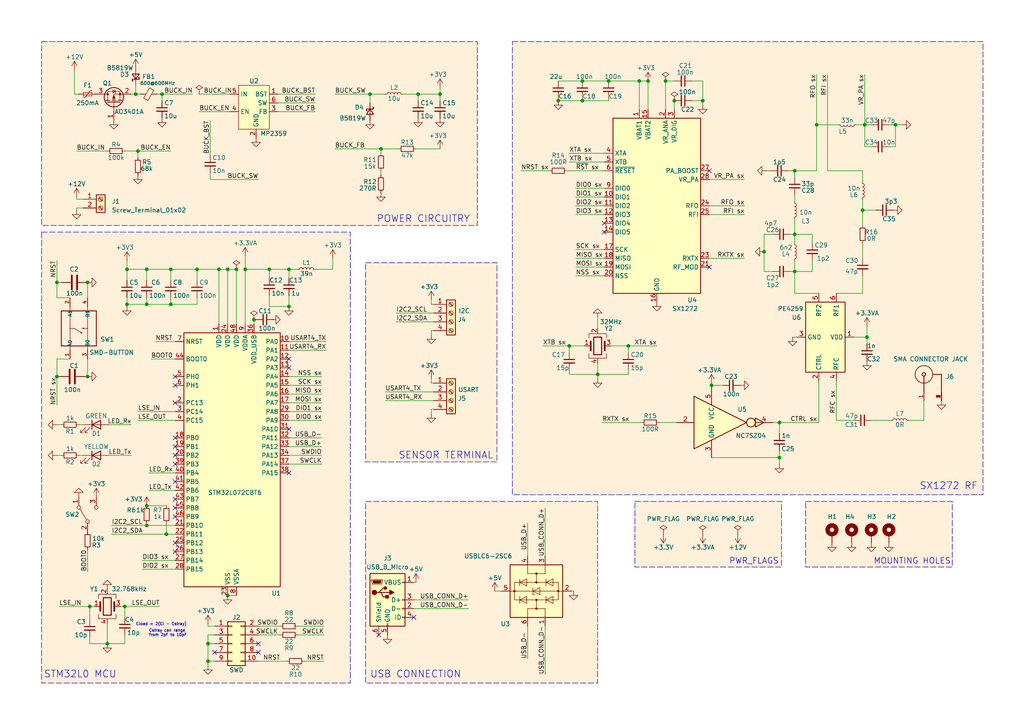
<source format=kicad_sch>
(kicad_sch (version 20230121) (generator eeschema)
  (paper "A4")
  (title_block (date "2023-07-13") (rev "0.1") (company "SenseA"))
  (junction (at 173.355 108.585))
  (junction (at 221.615 73.025))
  (junction (at 168.91 29.21))
  (junction (at 66.04 78.105))
  (junction (at 83.82 78.105))
  (junction (at 259.715 36.195))
  (junction (at 226.06 122.555))
  (junction (at 40.005 43.815))
  (junction (at 230.505 49.53))
  (junction (at 31.115 186.69))
  (junction (at 165.1 100.33))
  (junction (at 49.53 78.105))
  (junction (at 226.06 132.715))
  (junction (at 42.545 78.105))
  (junction (at 83.82 88.9))
  (junction (at 49.53 88.265))
  (junction (at 16.51 109.22))
  (junction (at 42.545 152.4))
  (junction (at 78.105 78.105))
  (junction (at 46.99 27.305))
  (junction (at 236.855 36.195))
  (junction (at 25.4 81.915))
  (junction (at 42.545 88.265))
  (junction (at 176.53 23.495))
  (junction (at 250.825 36.195))
  (junction (at 230.505 67.945))
  (junction (at 185.42 23.495))
  (junction (at 26.035 175.895))
  (junction (at 60.325 186.69))
  (junction (at 203.835 29.21))
  (junction (at 187.96 23.495))
  (junction (at 66.04 172.72))
  (junction (at 16.51 81.915))
  (junction (at 161.925 29.21))
  (junction (at 71.12 78.105))
  (junction (at 39.37 27.305))
  (junction (at 36.83 78.105))
  (junction (at 107.315 27.305))
  (junction (at 250.19 60.96))
  (junction (at 73.66 92.71))
  (junction (at 121.285 27.305))
  (junction (at 57.15 78.105))
  (junction (at 36.83 88.265))
  (junction (at 230.505 78.74))
  (junction (at 36.195 175.895))
  (junction (at 168.91 23.495))
  (junction (at 127.635 27.305))
  (junction (at 195.58 29.21))
  (junction (at 60.325 191.77))
  (junction (at 48.26 154.94))
  (junction (at 42.545 146.685))
  (junction (at 251.46 97.79))
  (junction (at 25.4 109.22))
  (junction (at 193.04 23.495))
  (junction (at 63.5 78.105))
  (junction (at 68.58 78.105))
  (junction (at 110.49 43.18))
  (junction (at 182.245 100.33))
  (junction (at 206.375 111.76))
  (no_connect (at 62.23 189.23))
  (no_connect (at 109.855 184.15))
  (no_connect (at 74.93 189.23))
  (no_connect (at 50.8 134.62))
  (no_connect (at 50.8 139.7))
  (no_connect (at 205.74 77.47))
  (no_connect (at 83.82 104.14))
  (no_connect (at 50.8 144.78))
  (no_connect (at 83.82 137.16))
  (no_connect (at 83.82 106.68))
  (no_connect (at 50.8 147.32))
  (no_connect (at 50.8 149.86))
  (no_connect (at 175.26 67.31))
  (no_connect (at 50.8 109.22))
  (no_connect (at 175.26 64.77))
  (no_connect (at 120.015 179.07))
  (no_connect (at 83.82 124.46))
  (no_connect (at 50.8 127))
  (no_connect (at 74.93 186.69))
  (no_connect (at 50.8 132.08))
  (no_connect (at 50.8 116.84))
  (no_connect (at 50.8 129.54))
  (no_connect (at 50.8 160.02))
  (no_connect (at 50.8 157.48))
  (no_connect (at 205.74 49.53))
  (no_connect (at 50.8 111.76))
  (wire (pts (xy 193.04 23.495) (xy 195.58 23.495)))
  (wire (pts (xy 32.385 152.4) (xy 42.545 152.4)))
  (wire (pts (xy 57.15 86.36) (xy 57.15 88.265)))
  (wire (pts (xy 167.005 74.93) (xy 175.26 74.93)))
  (wire (pts (xy 203.835 29.21) (xy 203.835 30.48)))
  (wire (pts (xy 21.59 27.305) (xy 22.86 27.305)))
  (wire (pts (xy 221.615 67.945) (xy 221.615 73.025)))
  (wire (pts (xy 60.325 186.69) (xy 60.325 184.15)))
  (wire (pts (xy 187.96 31.75) (xy 187.96 23.495)))
  (wire (pts (xy 60.96 34.925) (xy 60.96 45.085)))
  (wire (pts (xy 107.315 27.305) (xy 107.315 29.845)))
  (wire (pts (xy 22.225 43.815) (xy 31.115 43.815)))
  (wire (pts (xy 16.51 86.36) (xy 16.51 81.915)))
  (wire (pts (xy 250.19 85.09) (xy 250.19 80.01)))
  (wire (pts (xy 168.91 28.575) (xy 168.91 29.21)))
  (wire (pts (xy 263.525 121.92) (xy 267.97 121.92)))
  (wire (pts (xy 236.855 49.53) (xy 230.505 49.53)))
  (wire (pts (xy 62.23 181.61) (xy 60.325 181.61)))
  (wire (pts (xy 24.13 132.08) (xy 22.86 132.08)))
  (wire (pts (xy 125.095 109.855) (xy 125.095 111.125)))
  (wire (pts (xy 153.035 161.29) (xy 153.035 151.765)))
  (wire (pts (xy 66.04 78.105) (xy 63.5 78.105)))
  (wire (pts (xy 25.4 159.385) (xy 25.4 165.735)))
  (wire (pts (xy 17.145 175.895) (xy 26.035 175.895)))
  (wire (pts (xy 125.095 118.745) (xy 125.73 118.745)))
  (wire (pts (xy 230.505 85.09) (xy 230.505 78.74)))
  (wire (pts (xy 22.225 60.325) (xy 22.225 60.96)))
  (wire (pts (xy 83.82 127) (xy 93.345 127)))
  (wire (pts (xy 49.53 78.105) (xy 57.15 78.105)))
  (wire (pts (xy 22.225 57.785) (xy 22.225 57.15)))
  (wire (pts (xy 74.295 92.71) (xy 73.66 92.71)))
  (wire (pts (xy 68.58 93.98) (xy 68.58 78.105)))
  (wire (pts (xy 157.48 100.33) (xy 165.1 100.33)))
  (wire (pts (xy 38.1 27.305) (xy 39.37 27.305)))
  (wire (pts (xy 83.82 99.06) (xy 94.615 99.06)))
  (wire (pts (xy 110.49 43.18) (xy 115.57 43.18)))
  (wire (pts (xy 63.5 78.105) (xy 63.5 93.98)))
  (wire (pts (xy 125.095 88.265) (xy 125.73 88.265)))
  (wire (pts (xy 250.19 60.96) (xy 250.19 65.405)))
  (wire (pts (xy 205.74 74.93) (xy 215.9 74.93)))
  (wire (pts (xy 38.1 132.08) (xy 31.75 132.08)))
  (wire (pts (xy 161.925 29.21) (xy 168.91 29.21)))
  (wire (pts (xy 45.085 99.06) (xy 50.8 99.06)))
  (wire (pts (xy 88.265 191.77) (xy 93.98 191.77)))
  (wire (pts (xy 205.74 59.69) (xy 215.9 59.69)))
  (wire (pts (xy 229.87 97.79) (xy 231.14 97.79)))
  (wire (pts (xy 31.115 180.975) (xy 31.115 186.69)))
  (wire (pts (xy 36.83 78.105) (xy 42.545 78.105)))
  (wire (pts (xy 230.505 67.945) (xy 230.505 70.485)))
  (wire (pts (xy 78.105 78.105) (xy 83.82 78.105)))
  (wire (pts (xy 36.83 88.265) (xy 36.83 88.9)))
  (wire (pts (xy 83.82 101.6) (xy 94.615 101.6)))
  (wire (pts (xy 236.855 36.195) (xy 236.855 49.53)))
  (wire (pts (xy 36.83 75.565) (xy 36.83 78.105)))
  (wire (pts (xy 83.82 78.105) (xy 83.82 80.645)))
  (wire (pts (xy 48.26 146.685) (xy 42.545 146.685)))
  (wire (pts (xy 31.115 186.69) (xy 36.195 186.69)))
  (wire (pts (xy 79.375 92.71) (xy 78.74 92.71)))
  (wire (pts (xy 167.005 80.01) (xy 175.26 80.01)))
  (wire (pts (xy 169.545 100.33) (xy 165.1 100.33)))
  (wire (pts (xy 80.645 29.845) (xy 91.44 29.845)))
  (wire (pts (xy 167.005 57.15) (xy 175.26 57.15)))
  (wire (pts (xy 251.46 99.695) (xy 251.46 97.79)))
  (wire (pts (xy 165.1 108.585) (xy 173.355 108.585)))
  (wire (pts (xy 161.925 23.495) (xy 168.91 23.495)))
  (wire (pts (xy 86.36 181.61) (xy 93.98 181.61)))
  (wire (pts (xy 236.855 21.59) (xy 236.855 36.195)))
  (wire (pts (xy 251.46 94.615) (xy 251.46 97.79)))
  (wire (pts (xy 206.375 132.715) (xy 226.06 132.715)))
  (wire (pts (xy 250.19 57.785) (xy 250.19 60.96)))
  (wire (pts (xy 48.26 154.94) (xy 50.8 154.94)))
  (wire (pts (xy 16.51 109.22) (xy 16.51 104.14)))
  (wire (pts (xy 73.66 92.71) (xy 73.66 93.98)))
  (wire (pts (xy 230.505 75.565) (xy 230.505 78.74)))
  (wire (pts (xy 158.115 195.58) (xy 158.115 181.61)))
  (wire (pts (xy 182.245 100.33) (xy 177.165 100.33)))
  (wire (pts (xy 24.13 123.19) (xy 22.86 123.19)))
  (wire (pts (xy 42.545 152.4) (xy 50.8 152.4)))
  (wire (pts (xy 111.76 113.665) (xy 125.73 113.665)))
  (wire (pts (xy 48.26 151.765) (xy 48.26 154.94)))
  (wire (pts (xy 167.005 77.47) (xy 175.26 77.47)))
  (wire (pts (xy 195.58 29.21) (xy 195.58 31.75)))
  (wire (pts (xy 80.645 32.385) (xy 91.44 32.385)))
  (wire (pts (xy 74.93 184.15) (xy 81.28 184.15)))
  (wire (pts (xy 36.83 88.265) (xy 42.545 88.265)))
  (wire (pts (xy 17.78 123.19) (xy 16.51 123.19)))
  (wire (pts (xy 230.505 67.945) (xy 229.235 67.945)))
  (wire (pts (xy 78.105 88.9) (xy 83.82 88.9)))
  (wire (pts (xy 125.095 111.125) (xy 125.73 111.125)))
  (wire (pts (xy 185.42 23.495) (xy 185.42 31.75)))
  (wire (pts (xy 42.545 78.105) (xy 49.53 78.105)))
  (wire (pts (xy 165.1 108.585) (xy 165.1 107.315)))
  (wire (pts (xy 83.82 114.3) (xy 93.345 114.3)))
  (wire (pts (xy 240.03 49.53) (xy 250.19 49.53)))
  (wire (pts (xy 166.37 171.45) (xy 165.735 171.45)))
  (wire (pts (xy 167.005 62.23) (xy 175.26 62.23)))
  (wire (pts (xy 127.635 25.4) (xy 127.635 27.305)))
  (wire (pts (xy 182.245 108.585) (xy 182.245 107.315)))
  (wire (pts (xy 257.81 42.545) (xy 259.715 42.545)))
  (wire (pts (xy 259.715 36.195) (xy 257.81 36.195)))
  (wire (pts (xy 60.325 193.04) (xy 60.325 191.77)))
  (wire (pts (xy 66.04 78.105) (xy 66.04 93.98)))
  (wire (pts (xy 60.325 191.77) (xy 60.325 186.69)))
  (wire (pts (xy 221.615 78.74) (xy 224.155 78.74)))
  (wire (pts (xy 173.355 105.41) (xy 173.355 108.585)))
  (wire (pts (xy 250.825 21.59) (xy 250.825 36.195)))
  (wire (pts (xy 39.37 27.305) (xy 40.64 27.305)))
  (wire (pts (xy 17.78 132.08) (xy 16.51 132.08)))
  (wire (pts (xy 40.005 43.815) (xy 49.53 43.815)))
  (wire (pts (xy 120.65 168.91) (xy 120.015 168.91)))
  (wire (pts (xy 261.62 36.195) (xy 259.715 36.195)))
  (wire (pts (xy 167.005 59.69) (xy 175.26 59.69)))
  (wire (pts (xy 230.505 49.53) (xy 230.505 51.435)))
  (wire (pts (xy 250.825 36.195) (xy 250.825 42.545)))
  (wire (pts (xy 97.155 43.18) (xy 110.49 43.18)))
  (wire (pts (xy 153.035 191.135) (xy 153.035 181.61)))
  (wire (pts (xy 60.325 184.15) (xy 62.23 184.15)))
  (wire (pts (xy 235.585 78.74) (xy 230.505 78.74)))
  (wire (pts (xy 267.97 116.205) (xy 267.97 121.92)))
  (wire (pts (xy 111.76 116.205) (xy 125.73 116.205)))
  (wire (pts (xy 107.315 27.305) (xy 111.76 27.305)))
  (wire (pts (xy 250.825 42.545) (xy 252.73 42.545)))
  (wire (pts (xy 16.51 81.915) (xy 16.51 75.565)))
  (wire (pts (xy 63.5 78.105) (xy 57.15 78.105)))
  (wire (pts (xy 36.83 78.105) (xy 36.83 81.28)))
  (wire (pts (xy 42.545 88.265) (xy 49.53 88.265)))
  (wire (pts (xy 237.49 110.49) (xy 237.49 122.555)))
  (wire (pts (xy 86.36 184.15) (xy 93.98 184.15)))
  (wire (pts (xy 60.325 186.69) (xy 62.23 186.69)))
  (wire (pts (xy 259.715 36.195) (xy 259.715 42.545)))
  (wire (pts (xy 230.505 49.53) (xy 228.6 49.53)))
  (wire (pts (xy 125.095 86.995) (xy 125.095 88.265)))
  (wire (pts (xy 206.375 111.125) (xy 206.375 111.76)))
  (wire (pts (xy 26.035 184.785) (xy 26.035 186.69)))
  (wire (pts (xy 60.96 52.07) (xy 74.93 52.07)))
  (wire (pts (xy 68.58 78.105) (xy 66.04 78.105)))
  (wire (pts (xy 127.635 27.305) (xy 127.635 29.21)))
  (wire (pts (xy 221.615 73.025) (xy 221.615 78.74)))
  (wire (pts (xy 235.585 67.945) (xy 230.505 67.945)))
  (wire (pts (xy 26.035 186.69) (xy 31.115 186.69)))
  (wire (pts (xy 83.82 119.38) (xy 93.345 119.38)))
  (wire (pts (xy 173.355 92.075) (xy 173.355 95.25)))
  (wire (pts (xy 43.18 137.16) (xy 50.8 137.16)))
  (wire (pts (xy 36.195 175.895) (xy 46.355 175.895)))
  (wire (pts (xy 74.93 191.77) (xy 83.185 191.77)))
  (wire (pts (xy 78.105 78.105) (xy 78.105 80.645)))
  (wire (pts (xy 57.15 88.265) (xy 49.53 88.265)))
  (wire (pts (xy 125.095 118.745) (xy 125.095 120.015)))
  (wire (pts (xy 250.19 70.485) (xy 250.19 74.93)))
  (wire (pts (xy 151.13 49.53) (xy 159.385 49.53)))
  (wire (pts (xy 247.65 97.79) (xy 251.46 97.79)))
  (wire (pts (xy 36.195 43.815) (xy 40.005 43.815)))
  (wire (pts (xy 191.135 122.555) (xy 196.215 122.555)))
  (wire (pts (xy 83.82 121.92) (xy 93.345 121.92)))
  (wire (pts (xy 110.49 49.53) (xy 110.49 50.8)))
  (wire (pts (xy 176.53 23.495) (xy 168.91 23.495)))
  (wire (pts (xy 25.4 81.915) (xy 25.4 86.36)))
  (wire (pts (xy 110.49 43.18) (xy 110.49 44.45)))
  (wire (pts (xy 78.105 85.725) (xy 78.105 88.9)))
  (wire (pts (xy 38.1 123.19) (xy 31.75 123.19)))
  (wire (pts (xy 135.89 176.53) (xy 120.015 176.53)))
  (wire (pts (xy 125.095 95.885) (xy 125.73 95.885)))
  (wire (pts (xy 21.59 20.32) (xy 21.59 27.305)))
  (wire (pts (xy 242.57 85.09) (xy 250.19 85.09)))
  (wire (pts (xy 57.785 27.305) (xy 66.675 27.305)))
  (wire (pts (xy 143.51 171.45) (xy 145.415 171.45)))
  (wire (pts (xy 74.93 181.61) (xy 81.28 181.61)))
  (wire (pts (xy 205.74 62.23) (xy 215.9 62.23)))
  (wire (pts (xy 57.15 81.28) (xy 57.15 78.105)))
  (wire (pts (xy 40.005 121.92) (xy 50.8 121.92)))
  (wire (pts (xy 200.66 23.495) (xy 203.835 23.495)))
  (wire (pts (xy 40.005 119.38) (xy 50.8 119.38)))
  (wire (pts (xy 17.78 81.915) (xy 16.51 81.915)))
  (wire (pts (xy 83.82 109.22) (xy 93.345 109.22)))
  (wire (pts (xy 97.155 27.305) (xy 107.315 27.305)))
  (wire (pts (xy 39.37 24.765) (xy 39.37 27.305)))
  (wire (pts (xy 203.835 23.495) (xy 203.835 29.21)))
  (wire (pts (xy 165.1 44.45) (xy 175.26 44.45)))
  (wire (pts (xy 91.44 78.105) (xy 96.52 78.105)))
  (wire (pts (xy 16.51 86.36) (xy 20.32 86.36)))
  (wire (pts (xy 83.82 116.84) (xy 93.345 116.84)))
  (wire (pts (xy 173.355 109.855) (xy 173.355 108.585)))
  (wire (pts (xy 182.245 102.235) (xy 182.245 100.33)))
  (wire (pts (xy 24.765 109.22) (xy 25.4 109.22)))
  (wire (pts (xy 60.325 191.77) (xy 62.23 191.77)))
  (wire (pts (xy 230.505 63.5) (xy 230.505 67.945)))
  (wire (pts (xy 167.005 72.39) (xy 175.26 72.39)))
  (wire (pts (xy 235.585 75.565) (xy 235.585 78.74)))
  (wire (pts (xy 165.1 46.99) (xy 175.26 46.99)))
  (wire (pts (xy 71.12 78.105) (xy 78.105 78.105)))
  (wire (pts (xy 46.99 27.305) (xy 46.99 29.21)))
  (wire (pts (xy 182.245 100.33) (xy 190.5 100.33)))
  (wire (pts (xy 116.84 27.305) (xy 121.285 27.305)))
  (wire (pts (xy 243.205 36.195) (xy 236.855 36.195)))
  (wire (pts (xy 205.74 52.07) (xy 215.9 52.07)))
  (wire (pts (xy 36.195 184.15) (xy 36.195 186.69)))
  (wire (pts (xy 226.06 122.555) (xy 226.06 125.73)))
  (wire (pts (xy 24.13 57.785) (xy 22.225 57.785)))
  (wire (pts (xy 230.505 85.09) (xy 237.49 85.09)))
  (wire (pts (xy 200.66 29.21) (xy 203.835 29.21)))
  (wire (pts (xy 193.04 23.495) (xy 193.04 31.75)))
  (wire (pts (xy 49.53 78.105) (xy 49.53 81.28)))
  (wire (pts (xy 83.82 132.08) (xy 93.345 132.08)))
  (wire (pts (xy 68.58 172.72) (xy 66.04 172.72)))
  (wire (pts (xy 16.51 109.22) (xy 17.145 109.22)))
  (wire (pts (xy 168.91 29.21) (xy 176.53 29.21)))
  (wire (pts (xy 42.545 151.765) (xy 42.545 152.4)))
  (wire (pts (xy 114.935 93.345) (xy 125.73 93.345)))
  (wire (pts (xy 185.42 23.495) (xy 176.53 23.495)))
  (wire (pts (xy 206.375 111.76) (xy 209.55 111.76)))
  (wire (pts (xy 250.825 36.195) (xy 248.285 36.195)))
  (wire (pts (xy 32.385 154.94) (xy 48.26 154.94)))
  (wire (pts (xy 71.12 74.295) (xy 71.12 78.105)))
  (wire (pts (xy 235.585 70.485) (xy 235.585 67.945)))
  (wire (pts (xy 167.005 54.61) (xy 175.26 54.61)))
  (wire (pts (xy 242.57 110.49) (xy 242.57 121.92)))
  (wire (pts (xy 36.83 86.36) (xy 36.83 88.265)))
  (wire (pts (xy 36.195 179.07) (xy 36.195 175.895)))
  (wire (pts (xy 242.57 121.92) (xy 247.65 121.92)))
  (wire (pts (xy 60.96 50.165) (xy 60.96 52.07)))
  (wire (pts (xy 25.4 104.14) (xy 25.4 109.22)))
  (wire (pts (xy 40.005 43.815) (xy 40.005 45.72)))
  (wire (pts (xy 42.545 86.36) (xy 42.545 88.265)))
  (wire (pts (xy 50.8 165.1) (xy 41.275 165.1)))
  (wire (pts (xy 224.155 67.945) (xy 221.615 67.945)))
  (wire (pts (xy 223.52 49.53) (xy 222.25 49.53)))
  (wire (pts (xy 50.8 162.56) (xy 41.275 162.56)))
  (wire (pts (xy 125.095 95.885) (xy 125.095 97.155)))
  (wire (pts (xy 46.99 27.305) (xy 55.88 27.305)))
  (wire (pts (xy 83.82 85.725) (xy 83.82 88.9)))
  (wire (pts (xy 42.545 78.105) (xy 42.545 81.28)))
  (wire (pts (xy 230.505 78.74) (xy 229.235 78.74)))
  (wire (pts (xy 121.285 27.305) (xy 127.635 27.305)))
  (wire (pts (xy 165.1 100.33) (xy 165.1 102.235)))
  (wire (pts (xy 96.52 74.93) (xy 96.52 78.105)))
  (wire (pts (xy 226.06 130.81) (xy 226.06 132.715)))
  (wire (pts (xy 80.645 27.305) (xy 91.44 27.305)))
  (wire (pts (xy 83.82 78.105) (xy 86.36 78.105)))
  (wire (pts (xy 114.935 90.805) (xy 125.73 90.805)))
  (wire (pts (xy 34.925 175.895) (xy 36.195 175.895)))
  (wire (pts (xy 176.53 29.21) (xy 176.53 28.575)))
  (wire (pts (xy 120.015 173.99) (xy 135.89 173.99)))
  (wire (pts (xy 252.73 36.195) (xy 250.825 36.195)))
  (wire (pts (xy 121.285 27.305) (xy 121.285 29.21)))
  (wire (pts (xy 120.65 43.18) (xy 127.635 43.18)))
  (wire (pts (xy 16.51 117.475) (xy 16.51 109.22)))
  (wire (pts (xy 173.355 108.585) (xy 182.245 108.585)))
  (wire (pts (xy 250.19 49.53) (xy 250.19 52.705)))
  (wire (pts (xy 16.51 104.14) (xy 20.32 104.14)))
  (wire (pts (xy 57.785 32.385) (xy 66.675 32.385)))
  (wire (pts (xy 252.73 121.92) (xy 258.445 121.92)))
  (wire (pts (xy 26.035 175.895) (xy 27.305 175.895)))
  (wire (pts (xy 43.815 104.14) (xy 50.8 104.14)))
  (wire (pts (xy 240.03 21.59) (xy 240.03 49.53)))
  (wire (pts (xy 187.96 23.495) (xy 185.42 23.495)))
  (wire (pts (xy 83.82 134.62) (xy 93.345 134.62)))
  (wire (pts (xy 226.06 132.715) (xy 226.06 134.62)))
  (wire (pts (xy 226.06 122.555) (xy 237.49 122.555)))
  (wire (pts (xy 83.82 111.76) (xy 93.345 111.76)))
  (wire (pts (xy 26.035 175.895) (xy 26.035 179.705)))
  (wire (pts (xy 22.225 60.325) (xy 24.13 60.325)))
  (wire (pts (xy 224.155 122.555) (xy 226.06 122.555)))
  (wire (pts (xy 71.12 78.105) (xy 71.12 93.98)))
  (wire (pts (xy 43.18 142.24) (xy 50.8 142.24)))
  (wire (pts (xy 254 60.96) (xy 250.19 60.96)))
  (wire (pts (xy 174.625 122.555) (xy 186.055 122.555)))
  (wire (pts (xy 206.375 111.76) (xy 206.375 112.395)))
  (wire (pts (xy 161.925 29.21) (xy 161.925 28.575)))
  (wire (pts (xy 60.325 181.61) (xy 60.325 180.975)))
  (wire (pts (xy 45.72 27.305) (xy 46.99 27.305)))
  (wire (pts (xy 158.115 161.29) (xy 158.115 147.32)))
  (wire (pts (xy 230.505 56.515) (xy 230.505 58.42)))
  (wire (pts (xy 83.82 129.54) (xy 93.345 129.54)))
  (wire (pts (xy 164.465 49.53) (xy 175.26 49.53)))
  (wire (pts (xy 49.53 86.36) (xy 49.53 88.265)))
  (rectangle (start 12.065 12.065) (end 138.43 65.405) (stroke (width 0) (type dash)) (fill (type color) (color 255 229 191 0.5803921569)))
  (rectangle (start 106.045 76.2) (end 144.145 133.985) (stroke (width 0) (type dash)) (fill (type color) (color 255 229 191 0.58)))
  (rectangle (start 184.15 145.415) (end 226.695 164.465) (stroke (width 0) (type dash)) (fill (type color) (color 255 229 191 0.58)))
  (rectangle (start 106.045 145.415) (end 173.355 198.12) (stroke (width 0) (type dash)) (fill (type color) (color 255 229 191 0.58)))
  (rectangle (start 12.065 67.31) (end 101.6 198.12) (stroke (width 0) (type dash)) (fill (type color) (color 255 229 191 0.58)))
  (rectangle (start 148.59 12.065) (end 285.115 143.51) (stroke (width 0) (type dash)) (fill (type color) (color 255 229 191 0.58)))
  (rectangle (start 233.68 145.415) (end 276.225 164.465) (stroke (width 0) (type dash)) (fill (type color) (color 255 229 191 0.58)))
  (text "MOUNTING HOLES\n" (at 253.365 163.83 0) (effects (font (size 1.7 1.7)) (justify left bottom)))
  (text "SX1272 RF" (at 266.7 142.24 0) (effects (font (size 2 2)) (justify left bottom)))
  (text "PWR_FLAGS" (at 211.455 163.83 0) (effects (font (size 1.7 1.7)) (justify left bottom)))
  (text "Cload = 2(Cl - Cstray)" (at 39.37 181.61 0) (effects (font (size 0.8 0.8)) (justify left bottom)))
  (text "SENSOR TERMINAL" (at 115.57 133.35 0) (effects (font (size 2 2)) (justify left bottom)))
  (text "USB CONNECTION" (at 107.315 196.85 0) (effects (font (size 2 2)) (justify left bottom)))
  (text "POWER CIRCUITRY" (at 109.22 64.77 0) (effects (font (size 2 2)) (justify left bottom)))
  (text "STM32L0 MCU" (at 12.7 196.85 0) (effects (font (size 2 2)) (justify left bottom)))
  (text "Cstray can range\nfrom 2pF to 10pF" (at 43.18 184.785 0) (effects (font (size 0.8 0.8)) (justify left bottom)))
  (label "MISO sx" (at 93.345 114.3 180))
  (label "NRST sx" (at 16.51 117.475 90))
  (label "USB_D+" (at 153.035 151.765 270))
  (label "BUCK_EN" (at 57.785 32.385 0))
  (label "SWDIO" (at 93.98 181.61 180))
  (label "I2C2_SDA" (at 114.935 93.345 0))
  (label "SWCLK" (at 80.645 184.15 180))
  (label "SWCLK" (at 93.345 134.62 180))
  (label "BUCK_SW" (at 91.44 29.845 180))
  (label "BUCK_SW" (at 74.93 52.07 180))
  (label "BUCK_IN" (at 59.055 27.305 0))
  (label "BUCK_SW" (at 97.155 27.305 0))
  (label "BUCK_FB" (at 91.44 32.385 180))
  (label "XTA sx" (at 165.1 44.45 0))
  (label "MOSI sx" (at 93.345 116.84 180))
  (label "NSS sx" (at 167.005 80.01 0))
  (label "SCK sx" (at 167.005 72.39 0))
  (label "BUCK_BST" (at 91.44 27.305 180))
  (label "NRST" (at 45.085 99.06 0))
  (label "BUCK_BST" (at 60.96 34.925 270))
  (label "LED_Tx" (at 38.1 132.08 180))
  (label "SWCLK" (at 93.98 184.15 180))
  (label "RXTX sx" (at 174.625 122.555 0))
  (label "USB_D-" (at 153.035 191.135 90))
  (label "DIO0 sx" (at 93.345 121.92 180))
  (label "RFI sx" (at 240.03 21.59 270))
  (label "USB_CONN_D+" (at 135.89 173.99 180))
  (label "NSS sx" (at 93.345 109.22 180))
  (label "LSE_IN" (at 17.145 175.895 0))
  (label "DIO1 sx" (at 167.005 57.15 0))
  (label "USB_D+" (at 93.345 129.54 180))
  (label "LED_Rx" (at 38.1 123.19 180))
  (label "USB_CONN_D+" (at 158.115 147.32 270))
  (label "RFO sx" (at 236.855 21.59 270))
  (label "RFO sx" (at 215.9 59.69 180))
  (label "SWDIO" (at 80.645 181.61 180))
  (label "XTA sx" (at 190.5 100.33 180))
  (label "BUCK_FB" (at 97.155 43.18 0))
  (label "BUCK_IN" (at 55.88 27.305 180))
  (label "USART4_RX" (at 111.76 116.205 0))
  (label "DIO3 sx" (at 167.005 62.23 0))
  (label "DIO2 sx" (at 167.005 59.69 0))
  (label "RFI sx" (at 215.9 62.23 180))
  (label "USB_CONN_D-" (at 158.115 195.58 90))
  (label "NRST" (at 81.28 191.77 180))
  (label "XTB sx" (at 157.48 100.33 0))
  (label "BOOT0" (at 43.815 104.14 0))
  (label "LSE_OUT" (at 40.005 121.92 0))
  (label "I2C2_SCL" (at 114.935 90.805 0))
  (label "LSE_OUT" (at 46.355 175.895 180))
  (label "XTB sx" (at 165.1 46.99 0))
  (label "LSE_IN" (at 40.005 119.38 0))
  (label "LED_Rx" (at 43.18 137.16 0))
  (label "DIO2 sx" (at 41.275 165.1 0))
  (label "RFC sx" (at 242.57 120.015 90))
  (label "NRST" (at 16.51 75.565 270))
  (label "RXTX sx" (at 215.9 74.93 180))
  (label "VR_PA sx" (at 250.825 21.59 270))
  (label "DIO0 sx" (at 167.005 54.61 0))
  (label "~{RST} sx" (at 167.005 49.53 0))
  (label "BUCK_IN" (at 22.225 43.815 0))
  (label "USB_D-" (at 93.345 127 180))
  (label "LED_Tx" (at 43.18 142.24 0))
  (label "BUCK_EN" (at 49.53 43.815 180))
  (label "I2C2_SCL" (at 32.385 152.4 0))
  (label "NRST sx" (at 151.13 49.53 0))
  (label "SCK sx" (at 93.345 111.76 180))
  (label "BOOT0" (at 25.4 165.735 90))
  (label "I2C2_SDA" (at 32.385 154.94 0))
  (label "MOSI sx" (at 167.005 77.47 0))
  (label "MISO sx" (at 167.005 74.93 0))
  (label "USART4_TX" (at 111.76 113.665 0))
  (label "USB_CONN_D-" (at 135.89 176.53 180))
  (label "VR_PA sx" (at 215.9 52.07 180))
  (label "NRST" (at 93.98 191.77 180))
  (label "DIO1 sx" (at 93.345 119.38 180))
  (label "USART4_RX" (at 94.615 101.6 180))
  (label "DIO3 sx" (at 41.275 162.56 0))
  (label "USART4_TX" (at 94.615 99.06 180))
  (label "CTRL sx" (at 229.235 122.555 0))
  (label "SWDIO" (at 93.345 132.08 180))
  (symbol (lib_id "power:GND") (at 22.86 144.145 180) (unit 1)
    (property "Reference" "#PWR06" (effects hide))
    (property "Value" "GND" (effects hide))
  )
  (symbol (lib_id "power:GND") (at 36.83 88.9 0) (unit 1)
    (property "Reference" "#PWR014" (effects hide))
    (property "Value" "GND" (effects hide))
  )
  (symbol (lib_id "power:PWR_FLAG") (at 203.835 154.94 0) (unit 1)
    (property "Reference" "#FLG07" (effects hide))
    (property "Value" "PWR_FLAG" (at 203.835 150.495 0))
  )
  (symbol (lib_id "power:GND") (at 16.51 123.19 270) (unit 1)
    (property "Reference" "#PWR01" (effects hide))
    (property "Value" "GND" (effects hide))
  )
  (symbol (lib_id "Device:C_Small") (at 235.585 73.025 0) (unit 1)
    (property "Reference" "C29" (at 236.22 71.12 0) (effects (justify left)))
    (property "Value" "1p2" (at 236.855 74.93 0) (effects (justify left)))
    (property "Footprint" "Capacitor_SMD:C_0402_1005Metric" (effects hide))
  )
  (symbol (lib_id "Switch:SW_SPDT") (at 25.4 149.225 90) (unit 1)
    (property "Reference" "SW2" (at 20.955 149.225 90))
    (property "Value" "SW_SPDT" (effects hide))
    (property "Footprint" "Button_Switch_SMD:SW_SPDT_PCM12" (effects hide))
  )
  (symbol (lib_id "Mechanical:MountingHole_Pad") (at 241.3 154.94 0) (unit 1)
    (property "Reference" "H1" (at 240.03 149.86 0) (effects (justify left)))
    (property "Value" "MountingHole_Pad" (effects hide))
    (property "Footprint" "MountingHole:MountingHole_3.2mm_M3_Pad_Via" (effects hide))
  )
  (symbol (lib_id "power:PWR_FLAG") (at 68.58 78.105 0) (unit 1)
    (property "Reference" "#FLG02" (effects hide))
    (property "Value" "PWR_FLAG" (effects hide))
  )
  (symbol (lib_id "Connector:Screw_Terminal_01x02") (at 29.21 57.785 0) (unit 1)
    (property "Reference" "J1" (at 32.385 58.42 0) (effects (justify left)))
    (property "Value" "Screw_Terminal_01x02" (at 32.385 60.96 0) (effects (justify left)))
    (property "Footprint" "TerminalBlock_Phoenix:TerminalBlock_Phoenix_PT-1,5-2-3.5-H_1x02_P3.50mm_Horizontal" (effects hide))
  )
  (symbol (lib_id "power:GND") (at 203.835 30.48 0) (unit 1)
    (property "Reference" "#PWR047" (effects hide))
    (property "Value" "GND" (effects hide))
  )
  (symbol (lib_id "power:GND") (at 107.315 34.925 0) (unit 1)
    (property "Reference" "#PWR027" (effects hide))
    (property "Value" "GND" (effects hide))
  )
  (symbol (lib_id "Device:C_Small") (at 49.53 83.82 0) (unit 1)
    (property "Reference" "C8" (at 50.165 81.915 0) (effects (justify left)))
    (property "Value" "100n" (at 50.165 85.725 0) (effects (justify left)))
    (property "Footprint" "Capacitor_SMD:C_0402_1005Metric" (effects hide))
  )
  (symbol (lib_id "power:GND") (at 161.925 29.21 0) (unit 1)
    (property "Reference" "#PWR040" (effects hide))
    (property "Value" "GND" (effects hide))
  )
  (symbol (lib_id "power:PWR_FLAG") (at 195.58 29.21 0) (unit 1)
    (property "Reference" "#FLG06" (effects hide))
    (property "Value" "PWR_FLAG" (effects hide))
  )
  (symbol (lib_id "power:+3V3") (at 42.545 146.685 0) (unit 1)
    (property "Reference" "#PWR017" (effects hide))
    (property "Value" "+3V3" (at 38.735 144.78 0))
  )
  (symbol (lib_id "Device:R_Small") (at 83.82 184.15 270) (unit 1)
    (property "Reference" "R9" (at 83.82 187.96 90))
    (property "Value" "22" (at 83.82 186.055 90))
    (property "Footprint" "Resistor_SMD:R_0402_1005Metric" (effects hide))
  )
  (symbol (lib_id "Device:R_Small") (at 161.925 49.53 90) (unit 1)
    (property "Reference" "R14" (at 161.925 45.085 90))
    (property "Value" "100R" (at 161.925 46.99 90))
    (property "Footprint" "Resistor_SMD:R_0402_1005Metric" (effects hide))
  )
  (symbol (lib_id "power:+3V3") (at 60.325 180.975 0) (unit 1)
    (property "Reference" "#PWR019" (effects hide))
    (property "Value" "+3V3" (at 59.69 177.165 0))
  )
  (symbol (lib_id "Collins_Custom_Libs:MP2359") (at 74.295 29.845 0) (unit 1)
    (property "Reference" "U2" (at 73.66 23.495 0))
    (property "Value" "MP2359" (at 79.375 38.735 0))
    (property "Footprint" "Package_TO_SOT_SMD:SOT-23-6" (effects hide))
    (property "Datasheet" "https://pdf1.alldatasheet.com/datasheet-pdf/view/189154/MPS/MP2359.html" (effects hide))
  )
  (symbol (lib_id "power:GND") (at 16.51 132.08 270) (unit 1)
    (property "Reference" "#PWR02" (effects hide))
    (property "Value" "GND" (effects hide))
  )
  (symbol (lib_id "Connector:Screw_Terminal_01x04") (at 130.81 90.805 0) (unit 1)
    (property "Reference" "J4" (at 133.985 92.71 0))
    (property "Value" "I2C" (at 134.62 90.17 0))
    (property "Footprint" "TerminalBlock_Phoenix:TerminalBlock_Phoenix_MPT-0,5-4-2.54_1x04_P2.54mm_Horizontal" (effects hide))
  )
  (symbol (lib_id "Device:L_Small") (at 230.505 60.96 0) (unit 1)
    (property "Reference" "L3" (at 233.68 64.135 0))
    (property "Value" "10n" (at 233.68 61.595 0))
    (property "Footprint" "Inductor_SMD:L_0402_1005Metric" (effects hide))
  )
  (symbol (lib_id "power:GND") (at 190.5 87.63 0) (unit 1)
    (property "Reference" "#PWR045" (effects hide))
    (property "Value" "GND" (effects hide))
  )
  (symbol (lib_id "power:GND") (at 261.62 36.195 90) (unit 1)
    (property "Reference" "#PWR063" (effects hide))
    (property "Value" "GND" (effects hide))
  )
  (symbol (lib_id "power:GND") (at 125.095 120.015 0) (unit 1)
    (property "Reference" "#PWR035" (effects hide))
    (property "Value" "GND" (effects hide))
  )
  (symbol (lib_id "power:+12V") (at 22.225 57.15 0) (unit 1)
    (property "Reference" "#PWR04" (effects hide))
    (property "Value" "+12V" (at 22.225 53.34 0))
  )
  (symbol (lib_id "Device:R_Small") (at 83.82 181.61 270) (unit 1)
    (property "Reference" "R8" (at 83.82 177.8 90))
    (property "Value" "22" (at 83.82 179.705 90))
    (property "Footprint" "Resistor_SMD:R_0402_1005Metric" (effects hide))
  )
  (symbol (lib_id "Device:C_Small") (at 83.82 83.185 0) (unit 1)
    (property "Reference" "C13" (at 83.82 81.28 0) (effects (justify left)))
    (property "Value" "1u" (at 84.455 85.09 0) (effects (justify left)))
    (property "Footprint" "Capacitor_SMD:C_0402_1005Metric" (effects hide))
  )
  (symbol (lib_id "Device:R_Small") (at 110.49 53.34 0) (unit 1)
    (property "Reference" "R12" (at 107.315 52.705 0))
    (property "Value" "270R" (at 106.68 54.61 0))
    (property "Footprint" "Resistor_SMD:R_0603_1608Metric" (effects hide))
  )
  (symbol (lib_id "power:PWR_FLAG") (at 193.04 23.495 0) (unit 1)
    (property "Reference" "#FLG05" (effects hide))
    (property "Value" "PWR_FLAG" (effects hide))
  )
  (symbol (lib_id "Device:R_Small") (at 33.655 43.815 90) (unit 1)
    (property "Reference" "R4" (at 33.655 41.91 90))
    (property "Value" "100k" (at 33.655 45.72 90))
    (property "Footprint" "Resistor_SMD:R_0603_1608Metric" (effects hide))
  )
  (symbol (lib_id "Device:C_Small") (at 161.925 26.035 0) (unit 1)
    (property "Reference" "C16" (at 161.925 27.94 0) (effects (justify left)))
    (property "Value" "22u" (at 159.385 22.225 0) (effects (justify left)))
    (property "Footprint" "Capacitor_SMD:C_0805_2012Metric" (effects hide))
  )
  (symbol (lib_id "Device:C_Small") (at 57.15 83.82 0) (unit 1)
    (property "Reference" "C9" (at 57.785 81.915 0) (effects (justify left)))
    (property "Value" "100n" (at 57.785 85.725 0) (effects (justify left)))
    (property "Footprint" "Capacitor_SMD:C_0402_1005Metric" (effects hide))
  )
  (symbol (lib_id "power:+12V") (at 213.995 154.94 180) (unit 1)
    (property "Reference" "#PWR050" (effects hide))
    (property "Value" "+12V" (at 213.995 158.75 0))
  )
  (symbol (lib_id "Device:C_Small") (at 121.285 31.75 0) (unit 1)
    (property "Reference" "C14" (at 121.92 29.845 0) (effects (justify left)))
    (property "Value" "10u" (at 121.92 33.655 0) (effects (justify left)))
    (property "Footprint" "Capacitor_SMD:C_0402_1005Metric" (effects hide))
  )
  (symbol (lib_id "Device:R_Small") (at 40.005 48.26 180) (unit 1)
    (property "Reference" "R5" (at 42.545 46.99 0))
    (property "Value" "68k" (at 42.545 48.895 0))
    (property "Footprint" "Resistor_SMD:R_0603_1608Metric" (effects hide))
  )
  (symbol (lib_id "power:GND") (at 83.82 88.9 0) (unit 1)
    (property "Reference" "#PWR025" (effects hide))
    (property "Value" "GND" (effects hide))
  )
  (symbol (lib_id "Device:C_Small") (at 212.09 111.76 90) (unit 1)
    (property "Reference" "C23" (at 213.995 109.22 90) (effects (justify left)))
    (property "Value" "100n" (at 214.63 114.3 90) (effects (justify left)))
    (property "Footprint" "Capacitor_SMD:C_0402_1005Metric" (effects hide))
  )
  (symbol (lib_id "power:PWR_FLAG") (at 192.405 154.94 0) (unit 1)
    (property "Reference" "#FLG04" (effects hide))
    (property "Value" "PWR_FLAG" (at 192.405 150.495 0))
  )
  (symbol (lib_id "Device:C_Small") (at 46.99 31.75 0) (unit 1)
    (property "Reference" "C7" (at 47.625 29.845 0) (effects (justify left)))
    (property "Value" "10u" (at 47.625 33.655 0) (effects (justify left)))
    (property "Footprint" "Capacitor_SMD:C_1206_3216Metric" (effects hide))
  )
  (symbol (lib_id "power:GND") (at 112.395 184.15 0) (unit 1)
    (property "Reference" "#PWR029" (effects hide))
    (property "Value" "GND" (effects hide))
  )
  (symbol (lib_id "power:+3V3") (at 127.635 25.4 0) (unit 1)
    (property "Reference" "#PWR036" (effects hide))
    (property "Value" "+3V3" (at 127 21.59 0))
  )
  (symbol (lib_id "MCU_ST_STM32L0:STM32L072CBTx") (at 66.04 134.62 0) (unit 1)
    (property "Reference" "U1" (at 78.74 172.085 0) (effects (justify left)))
    (property "Value" "STM32L072CBT6" (at 60.325 142.875 0) (effects (justify left)))
    (property "Footprint" "Package_QFP:LQFP-48_7x7mm_P0.5mm" (effects hide))
    (property "Datasheet" "https://www.st.com/resource/en/datasheet/stm32l072cb.pdf" (effects hide))
  )
  (symbol (lib_id "power:+3.3VA") (at 206.375 111.125 0) (unit 1)
    (property "Reference" "#PWR049" (effects hide))
    (property "Value" "+3.3VA" (at 205.74 107.315 0))
  )
  (symbol (lib_id "power:GND") (at 259.08 60.96 90) (unit 1)
    (property "Reference" "#PWR062" (effects hide))
    (property "Value" "GND" (effects hide))
  )
  (symbol (lib_id "Device:C_Small") (at 230.505 53.975 0) (unit 1)
    (property "Reference" "C28" (at 232.41 55.245 0) (effects (justify left)))
    (property "Value" "33p" (at 232.41 53.34 0) (effects (justify left)))
    (property "Footprint" "Capacitor_SMD:C_0402_1005Metric" (effects hide))
  )
  (symbol (lib_id "power:GND") (at 221.615 73.025 270) (unit 1)
    (property "Reference" "#PWR052" (effects hide))
    (property "Value" "GND" (effects hide))
  )
  (symbol (lib_id "power:PWR_FLAG") (at 213.995 154.94 0) (unit 1)
    (property "Reference" "#FLG08" (effects hide))
    (property "Value" "PWR_FLAG" (at 213.995 150.495 0))
  )
  (symbol (lib_id "Device:C_Small") (at 176.53 26.035 0) (unit 1)
    (property "Reference" "C19" (at 176.53 27.94 0) (effects (justify left)))
    (property "Value" "100n" (at 175.26 22.225 0) (effects (justify left)))
    (property "Footprint" "Capacitor_SMD:C_0402_1005Metric" (effects hide))
  )
  (symbol (lib_id "power:GND") (at 214.63 111.76 90) (unit 1)
    (property "Reference" "#PWR051" (effects hide))
    (property "Value" "GND" (effects hide))
  )
  (symbol (lib_id "power:GND") (at 252.73 157.48 0) (unit 1)
    (property "Reference" "#PWR060" (effects hide))
    (property "Value" "GND" (effects hide))
  )
  (symbol (lib_id "Mechanical:MountingHole_Pad") (at 252.73 154.94 0) (unit 1)
    (property "Reference" "H3" (at 251.46 149.86 0) (effects (justify left)))
    (property "Value" "MountingHole_Pad" (effects hide))
    (property "Footprint" "MountingHole:MountingHole_3.2mm_M3_Pad_Via" (effects hide))
  )
  (symbol (lib_id "power:+3.3VA") (at 251.46 94.615 0) (unit 1)
    (property "Reference" "#PWR058" (effects hide))
    (property "Value" "+3.3VA" (at 251.46 90.805 0))
  )
  (symbol (lib_id "Device:L_Small") (at 250.19 55.245 0) (unit 1)
    (property "Reference" "L6" (at 247.65 56.515 0))
    (property "Value" "10n" (at 247.65 54.61 0))
    (property "Footprint" "Inductor_SMD:L_0402_1005Metric" (effects hide))
  )
  (symbol (lib_id "Device:C_Small") (at 168.91 26.035 0) (unit 1)
    (property "Reference" "C18" (at 168.91 27.94 0) (effects (justify left)))
    (property "Value" "100n" (at 167.005 22.225 0) (effects (justify left)))
    (property "Footprint" "Capacitor_SMD:C_0402_1005Metric" (effects hide))
  )
  (symbol (lib_id "Device:Crystal_GND24") (at 31.115 175.895 0) (unit 1)
    (property "Reference" "Y1" (at 27.305 170.815 0))
    (property "Value" "32.768kHz" (at 37.465 170.815 0))
    (property "Footprint" "Crystal:Crystal_SMD_0603-4Pin_6.0x3.5mm" (effects hide))
  )
  (symbol (lib_id "Device:C_Small") (at 42.545 83.82 0) (unit 1)
    (property "Reference" "C6" (at 43.815 81.915 0) (effects (justify left)))
    (property "Value" "100n" (at 43.18 85.725 0) (effects (justify left)))
    (property "Footprint" "Capacitor_SMD:C_0402_1005Metric" (effects hide))
  )
  (symbol (lib_id "power:+3V3") (at 36.83 75.565 0) (unit 1)
    (property "Reference" "#PWR013" (effects hide))
    (property "Value" "+3V3" (at 36.195 71.755 0))
  )
  (symbol (lib_id "Connector:USB_B_Micro") (at 112.395 173.99 0) (unit 1)
    (property "Reference" "J3" (at 112.395 161.925 0))
    (property "Value" "USB_B_Micro" (at 112.395 164.465 0))
    (property "Footprint" "Collins_Custom_Libs:USB_B_Micro" (effects hide))
  )
  (symbol (lib_id "Device:C_Small") (at 251.46 102.235 0) (unit 1)
    (property "Reference" "C32" (at 251.46 104.14 0) (effects (justify left)))
    (property "Value" "1n" (at 251.46 100.33 0) (effects (justify left)))
    (property "Footprint" "Capacitor_SMD:C_0402_1005Metric" (effects hide))
  )
  (symbol (lib_id "Device:Polyfuse_Small") (at 25.4 27.305 90) (unit 1)
    (property "Reference" "F1" (at 25.4 24.765 90))
    (property "Value" "250mA" (at 25.4 29.845 90))
    (property "Footprint" "Fuse:Fuse_1206_3216Metric" (effects hide))
  )
  (symbol (lib_id "Device:C_Small") (at 255.27 36.195 270) (unit 1)
    (property "Reference" "C33" (at 250.825 34.925 90) (effects (justify left)))
    (property "Value" "47p" (at 255.905 34.925 90) (effects (justify left)))
    (property "Footprint" "Capacitor_SMD:C_0402_1005Metric" (effects hide))
  )
  (symbol (lib_id "power:GND") (at 229.87 97.79 0) (unit 1)
    (property "Reference" "#PWR055" (effects hide))
    (property "Value" "GND" (effects hide))
  )
  (symbol (lib_id "power:+5V") (at 143.51 171.45 0) (unit 1)
    (property "Reference" "#PWR039" (effects hide))
    (property "Value" "+5V" (at 143.51 167.64 0))
  )
  (symbol (lib_id "Device:C_Small") (at 250.19 77.47 0) (unit 1)
    (property "Reference" "C30" (at 245.11 75.565 0) (effects (justify left)))
    (property "Value" "47p" (at 245.11 78.74 0) (effects (justify left)))
    (property "Footprint" "Capacitor_SMD:C_0402_1005Metric" (effects hide))
  )
  (symbol (lib_id "Device:C_Small") (at 226.06 128.27 180) (unit 1)
    (property "Reference" "C25" (at 230.505 130.175 0) (effects (justify left)))
    (property "Value" "1n" (at 229.235 126.365 0) (effects (justify left)))
    (property "Footprint" "Capacitor_SMD:C_0402_1005Metric" (effects hide))
  )
  (symbol (lib_id "Collins_Custom_Libs:NC7SZ04") (at 206.375 122.555 0) (unit 1)
    (property "Reference" "U5" (at 215.265 118.745 0))
    (property "Value" "NC7SZ04" (at 217.805 126.365 0))
    (property "Footprint" "Package_TO_SOT_SMD:SOT-353_SC-70-5" (effects hide))
    (property "Datasheet" "https://www.onsemi.com/pub/Collateral/NC7SVU04-D.pdf" (effects hide))
  )
  (symbol (lib_id "power:GND") (at 257.81 157.48 0) (unit 1)
    (property "Reference" "#PWR061" (effects hide))
    (property "Value" "GND" (effects hide))
  )
  (symbol (lib_id "Power_Protection:USBLC6-2SC6") (at 155.575 171.45 90) (unit 1)
    (property "Reference" "U3" (at 147.955 180.975 90) (effects (justify left)))
    (property "Value" "USBLC6-2SC6" (at 148.59 161.29 90) (effects (justify left)))
    (property "Footprint" "Package_TO_SOT_SMD:SOT-23-6" (effects hide))
    (property "Datasheet" "https://www.st.com/resource/en/datasheet/usblc6-2.pdf" (effects hide))
  )
  (symbol (lib_id "Device:C_Small") (at 165.1 104.775 0) (unit 1)
    (property "Reference" "C17" (at 160.02 102.87 0) (effects (justify left)))
    (property "Value" "15p" (at 161.29 106.68 0) (effects (justify left)))
    (property "Footprint" "Capacitor_SMD:C_0402_1005Metric" (effects hide))
  )
  (symbol (lib_id "Device:R_Small") (at 85.725 191.77 270) (unit 1)
    (property "Reference" "R10" (at 85.725 195.58 90))
    (property "Value" "22" (at 85.725 193.675 90))
    (property "Footprint" "Resistor_SMD:R_0402_1005Metric" (effects hide))
  )
  (symbol (lib_id "power:+3V3") (at 27.94 144.145 0) (unit 1)
    (property "Reference" "#PWR09" (effects hide))
    (property "Value" "+3V3" (at 27.94 140.335 0))
  )
  (symbol (lib_id "power:+3V3") (at 127.635 43.18 0) (unit 1)
    (property "Reference" "#PWR038" (effects hide))
    (property "Value" "+3V3" (at 127 39.37 0))
  )
  (symbol (lib_id "Device:L_Small") (at 230.505 73.025 0) (unit 1)
    (property "Reference" "L4" (at 227.965 73.66 0))
    (property "Value" "6n2" (at 227.965 71.755 0))
    (property "Footprint" "Inductor_SMD:L_0402_1005Metric" (effects hide))
  )
  (symbol (lib_id "power:GND") (at 22.225 60.96 0) (unit 1)
    (property "Reference" "#PWR05" (effects hide))
    (property "Value" "GND" (effects hide))
  )
  (symbol (lib_id "Device:C_Small") (at 198.12 23.495 270) (unit 1)
    (property "Reference" "C21" (at 196.85 19.05 90) (effects (justify left)))
    (property "Value" "100n" (at 196.215 20.955 90) (effects (justify left)))
    (property "Footprint" "Capacitor_SMD:C_0402_1005Metric" (effects hide))
  )
  (symbol (lib_id "power:PWR_FLAG") (at 57.785 27.305 0) (unit 1)
    (property "Reference" "#FLG01" (effects hide))
    (property "Value" "PWR_FLAG" (effects hide))
  )
  (symbol (lib_id "Device:C_Small") (at 255.27 42.545 270) (unit 1)
    (property "Reference" "C34" (at 250.825 41.275 90) (effects (justify left)))
    (property "Value" "10n" (at 255.905 41.275 90) (effects (justify left)))
    (property "Footprint" "Capacitor_SMD:C_0402_1005Metric" (effects hide))
  )
  (symbol (lib_id "Transistor_FET:AO3401A") (at 33.02 29.845 90) (unit 1)
    (property "Reference" "Q1" (at 31.115 24.13 90))
    (property "Value" "AO3401A" (at 37.465 32.385 90))
    (property "Footprint" "Package_TO_SOT_SMD:SOT-23" (effects hide))
    (property "Datasheet" "http://www.aosmd.com/pdfs/datasheet/AO3401A.pdf" (effects hide))
  )
  (symbol (lib_id "power:GND") (at 40.005 50.8 0) (unit 1)
    (property "Reference" "#PWR016" (effects hide))
    (property "Value" "GND" (effects hide))
  )
  (symbol (lib_id "Device:R_Small") (at 25.4 156.845 0) (unit 1)
    (property "Reference" "R3" (at 27.94 158.115 0))
    (property "Value" "10k" (at 28.575 156.21 0))
    (property "Footprint" "Resistor_SMD:R_0402_1005Metric" (effects hide))
  )
  (symbol (lib_id "Mechanical:MountingHole_Pad") (at 247.015 154.94 0) (unit 1)
    (property "Reference" "H2" (at 257.175 149.86 0) (effects (justify left)))
    (property "Value" "MountingHole_Pad" (effects hide))
    (property "Footprint" "MountingHole:MountingHole_3.2mm_M3_Pad_Via" (effects hide))
  )
  (symbol (lib_id "power:PWR_FLAG") (at 73.66 92.71 0) (unit 1)
    (property "Reference" "#FLG03" (effects hide))
    (property "Value" "PWR_FLAG" (effects hide))
  )
  (symbol (lib_id "Connector:Screw_Terminal_01x04") (at 130.81 113.665 0) (unit 1)
    (property "Reference" "J5" (at 133.985 115.57 0))
    (property "Value" "USART" (at 135.89 113.03 0))
    (property "Footprint" "TerminalBlock_Phoenix:TerminalBlock_Phoenix_MPT-0,5-4-2.54_1x04_P2.54mm_Horizontal" (effects hide))
  )
  (symbol (lib_id "Device:C_Small") (at 226.06 49.53 270) (unit 1)
    (property "Reference" "C24" (at 224.155 52.07 90) (effects (justify left)))
    (property "Value" "1p5" (at 224.155 46.99 90) (effects (justify left)))
    (property "Footprint" "Capacitor_SMD:C_0402_1005Metric" (effects hide))
  )
  (symbol (lib_id "Device:C_Small") (at 226.695 78.74 90) (unit 1)
    (property "Reference" "C27" (at 226.06 80.645 90) (effects (justify left)))
    (property "Value" "1p2" (at 226.06 82.55 90) (effects (justify left)))
    (property "Footprint" "Capacitor_SMD:C_0402_1005Metric" (effects hide))
  )
  (symbol (lib_id "power:+3V3") (at 187.96 23.495 0) (unit 1)
    (property "Reference" "#PWR044" (effects hide))
    (property "Value" "+3V3" (at 187.325 19.685 0))
  )
  (symbol (lib_id "Device:Crystal_GND24") (at 173.355 100.33 0) (unit 1)
    (property "Reference" "Y2" (at 176.53 95.25 0))
    (property "Value" "32MHz" (at 177.165 93.345 0))
    (property "Footprint" "Collins_Custom_Libs:Crystal_SMD_2016-4Pin_2.0x1.6mm" (effects hide))
  )
  (symbol (lib_id "Device:C_Small") (at 26.035 182.245 0) (unit 1)
    (property "Reference" "C3" (at 22.225 180.34 0) (effects (justify left)))
    (property "Value" "10p" (at 21.59 184.15 0) (effects (justify left)))
    (property "Footprint" "Capacitor_SMD:C_0402_1005Metric" (effects hide))
  )
  (symbol (lib_id "Device:R_Small") (at 20.32 123.19 270) (unit 1)
    (property "Reference" "R1" (at 20.32 125.095 90))
    (property "Value" "1k" (at 20.32 121.285 90))
    (property "Footprint" "Resistor_SMD:R_0402_1005Metric" (effects hide))
  )
  (symbol (lib_id "power:+3.3VA") (at 71.12 74.295 0) (unit 1)
    (property "Reference" "#PWR022" (effects hide))
    (property "Value" "+3.3VA" (at 71.12 70.485 0))
  )
  (symbol (lib_id "Connector_Generic:Conn_02x05_Odd_Even") (at 67.31 186.69 0) (unit 1)
    (property "Reference" "J2" (at 68.58 179.07 0))
    (property "Value" "SWD" (at 68.58 194.31 0))
    (property "Footprint" "Connector_PinHeader_1.27mm:PinHeader_2x05_P1.27mm_Vertical" (effects hide))
  )
  (symbol (lib_id "power:GND") (at 241.3 157.48 0) (unit 1)
    (property "Reference" "#PWR056" (effects hide))
    (property "Value" "GND" (effects hide))
  )
  (symbol (lib_id "Device:C_Small") (at 182.245 104.775 0) (unit 1)
    (property "Reference" "C20" (at 182.88 102.87 0) (effects (justify left)))
    (property "Value" "15p" (at 182.88 106.68 0) (effects (justify left)))
    (property "Footprint" "Capacitor_SMD:C_0402_1005Metric" (effects hide))
  )
  (symbol (lib_id "Device:C_Small") (at 250.19 121.92 90) (unit 1)
    (property "Reference" "C31" (at 248.92 123.19 90) (effects (justify left)))
    (property "Value" "47p" (at 248.92 120.65 90) (effects (justify left)))
    (property "Footprint" "Capacitor_SMD:C_0402_1005Metric" (effects hide))
  )
  (symbol (lib_id "Device:C_Small") (at 226.695 67.945 90) (unit 1)
    (property "Reference" "C26" (at 226.06 66.675 90) (effects (justify left)))
    (property "Value" "4p7" (at 225.425 64.77 90) (effects (justify left)))
    (property "Footprint" "Capacitor_SMD:C_0402_1005Metric" (effects hide))
  )
  (symbol (lib_id "power:GND") (at 33.02 34.925 0) (unit 1)
    (property "Reference" "#PWR012" (effects hide))
    (property "Value" "GND" (effects hide))
  )
  (symbol (lib_id "power:GND") (at 60.325 193.04 0) (unit 1)
    (property "Reference" "#PWR020" (effects hide))
    (property "Value" "GND" (effects hide))
  )
  (symbol (lib_id "power:GND") (at 46.99 34.29 0) (unit 1)
    (property "Reference" "#PWR018" (effects hide))
    (property "Value" "GND" (effects hide))
  )
  (symbol (lib_id "Device:R_Small") (at 42.545 149.225 180) (unit 1)
    (property "Reference" "R6" (at 38.1 147.955 0))
    (property "Value" "1k" (at 40.64 147.955 0))
    (property "Footprint" "Resistor_SMD:R_0402_1005Metric" (effects hide))
  )
  (symbol (lib_id "Device:L_Small") (at 260.985 121.92 90) (unit 1)
    (property "Reference" "L7" (at 260.985 120.015 90))
    (property "Value" "0R" (at 260.985 123.19 90))
    (property "Footprint" "Inductor_SMD:L_0402_1005Metric" (effects hide))
  )
  (symbol (lib_id "Device:L_Small") (at 245.745 36.195 270) (unit 1)
    (property "Reference" "L5" (at 243.205 38.1 90) (effects (justify left)))
    (property "Value" "33n" (at 243.84 34.925 90) (effects (justify left)))
    (property "Footprint" "Inductor_SMD:L_0402_1005Metric" (effects hide))
  )
  (symbol (lib_id "Device:LED") (at 27.94 132.08 0) (unit 1)
    (property "Reference" "D2" (at 27.94 134.62 0))
    (property "Value" "YELLOW" (at 27.94 129.54 0))
    (property "Footprint" "LED_SMD:LED_0402_1005Metric" (effects hide))
  )
  (symbol (lib_id "power:GND") (at 127.635 34.29 0) (unit 1)
    (property "Reference" "#PWR037" (effects hide))
    (property "Value" "GND" (effects hide))
  )
  (symbol (lib_id "Device:FerriteBead_Small") (at 43.18 27.305 90) (unit 1)
    (property "Reference" "FB1" (at 43.1419 22.225 90))
    (property "Value" "600@600MHz" (at 45.72 24.13 90) (effects (font (size 1 1))))
    (property "Footprint" "Inductor_SMD:L_0805_2012Metric" (effects hide))
  )
  (symbol (lib_id "Device:C") (at 21.59 81.915 90) (unit 1)
    (property "Reference" "C2" (at 22.86 78.105 90) (effects (justify left)))
    (property "Value" "100n" (at 24.13 85.09 90) (effects (justify left)))
    (property "Footprint" "Capacitor_SMD:C_0402_1005Metric" (effects hide))
  )
  (symbol (lib_id "Collins_Custom_Libs:RF_SWITCH_PE4259") (at 237.49 97.79 270) (mirror x) (unit 1)
    (property "Reference" "U6" (at 232.41 92.075 90) (effects (justify right)))
    (property "Value" "PE4259" (at 233.045 89.535 90) (effects (justify right)))
    (property "Footprint" "Package_DFN_QFN:DFN-6-1EP_2x2mm_P0.65mm_EP1x1.6mm" (effects hide))
    (property "Datasheet" "https://www.analog.com/media/en/technical-documentation/data-sheets/ADG918_919.pdf" (effects hide))
  )
  (symbol (lib_id "power:+3.3V") (at 192.405 154.94 180) (unit 1)
    (property "Reference" "#PWR046" (effects hide))
    (property "Value" "+3.3V" (at 192.405 158.75 0))
  )
  (symbol (lib_id "power:GND") (at 25.4 109.22 90) (unit 1)
    (property "Reference" "#PWR08" (effects hide))
    (property "Value" "GND" (effects hide))
  )
  (symbol (lib_id "Device:D_Schottky_Small") (at 107.315 32.385 270) (unit 1)
    (property "Reference" "D4" (at 102.87 31.115 90) (effects (justify left)))
    (property "Value" "B5819W" (at 98.425 34.29 90) (effects (justify left)))
    (property "Footprint" "Diode_SMD:D_SOD-123" (effects hide))
  )
  (symbol (lib_id "power:GND") (at 222.25 49.53 270) (unit 1)
    (property "Reference" "#PWR053" (effects hide))
    (property "Value" "GND" (effects hide))
  )
  (symbol (lib_id "power:GND") (at 121.285 34.29 0) (unit 1)
    (property "Reference" "#PWR031" (effects hide))
    (property "Value" "GND" (effects hide))
  )
  (symbol (lib_id "Device:C_Small") (at 36.83 83.82 0) (unit 1)
    (property "Reference" "C5" (at 37.465 81.915 0) (effects (justify left)))
    (property "Value" "10u" (at 37.465 85.725 0) (effects (justify left)))
    (property "Footprint" "Capacitor_SMD:C_0805_2012Metric" (effects hide))
  )
  (symbol (lib_id "power:GND") (at 74.295 40.005 0) (unit 1)
    (property "Reference" "#PWR023" (effects hide))
    (property "Value" "GND" (effects hide))
  )
  (symbol (lib_id "power:+5V") (at 120.65 168.91 0) (unit 1)
    (property "Reference" "#PWR030" (effects hide))
    (property "Value" "+5V" (at 120.65 165.1 0))
  )
  (symbol (lib_id "Mechanical:MountingHole_Pad") (at 257.81 154.94 0) (unit 1)
    (property "Reference" "H4" (at 245.11 149.86 0) (effects (justify left)))
    (property "Value" "MountingHole_Pad" (effects hide))
    (property "Footprint" "MountingHole:MountingHole_3.2mm_M3_Pad_Via" (effects hide))
  )
  (symbol (lib_id "Device:D_Schottky_Small") (at 39.37 22.225 90) (unit 1)
    (property "Reference" "D3" (at 37.465 21.59 90) (effects (justify left)))
    (property "Value" "B5819W" (at 38.735 19.685 90) (effects (justify left)))
    (property "Footprint" "Diode_SMD:D_SOD-123" (effects hide))
  )
  (symbol (lib_id "Device:C_Small") (at 78.105 83.185 0) (unit 1)
    (property "Reference" "C12" (at 78.105 81.28 0) (effects (justify left)))
    (property "Value" "10n" (at 78.74 85.09 0) (effects (justify left)))
    (property "Footprint" "Capacitor_SMD:C_0402_1005Metric" (effects hide))
  )
  (symbol (lib_id "Device:C_Small") (at 256.54 60.96 270) (unit 1)
    (property "Reference" "C35" (at 255.905 63.5 90) (effects (justify left)))
    (property "Value" "3p3" (at 256.54 58.42 90) (effects (justify left)))
    (property "Footprint" "Capacitor_SMD:C_0402_1005Metric" (effects hide))
  )
  (symbol (lib_id "Device:C") (at 20.955 109.22 90) (unit 1)
    (property "Reference" "C1" (at 22.86 106.045 90) (effects (justify left)))
    (property "Value" "100n" (at 23.495 113.03 90) (effects (justify left)))
    (property "Footprint" "Capacitor_SMD:C_0402_1005Metric" (effects hide))
  )
  (symbol (lib_id "power:GND") (at 66.04 172.72 0) (unit 1)
    (property "Reference" "#PWR021" (effects hide))
    (property "Value" "GND" (effects hide))
  )
  (symbol (lib_id "power:+3V3") (at 125.095 109.855 0) (unit 1)
    (property "Reference" "#PWR034" (effects hide))
    (property "Value" "+3V3" (at 124.46 106.045 0))
  )
  (symbol (lib_id "Device:R_Small") (at 48.26 149.225 180) (unit 1)
    (property "Reference" "R7" (at 45.72 147.955 0))
    (property "Value" "1k" (at 45.72 149.86 0))
    (property "Footprint" "Resistor_SMD:R_0402_1005Metric" (effects hide))
  )
  (symbol (lib_id "power:GND") (at 110.49 55.88 0) (unit 1)
    (property "Reference" "#PWR028" (effects hide))
    (property "Value" "GND" (effects hide))
  )
  (symbol (lib_id "power:+3V3") (at 125.095 86.995 0) (unit 1)
    (property "Reference" "#PWR032" (effects hide))
    (property "Value" "+3V3" (at 124.46 83.185 0))
  )
  (symbol (lib_id "Device:C_Small") (at 127.635 31.75 0) (unit 1)
    (property "Reference" "C15" (at 128.27 29.845 0) (effects (justify left)))
    (property "Value" "10u" (at 128.27 33.655 0) (effects (justify left)))
    (property "Footprint" "Capacitor_SMD:C_0402_1005Metric" (effects hide))
  )
  (symbol (lib_id "Device:C_Small") (at 60.96 47.625 0) (unit 1)
    (property "Reference" "C10" (at 61.595 45.72 0) (effects (justify left)))
    (property "Value" "10n" (at 61.595 49.53 0) (effects (justify left)))
    (property "Footprint" "Capacitor_SMD:C_1206_3216Metric" (effects hide))
  )
  (symbol (lib_id "Device:R_Small") (at 250.19 67.945 180) (unit 1)
    (property "Reference" "R16" (at 252.73 67.31 0))
    (property "Value" "0R" (at 252.73 69.215 0))
    (property "Footprint" "Resistor_SMD:R_0603_1608Metric" (effects hide))
  )
  (symbol (lib_id "power:GND") (at 251.46 104.775 0) (unit 1)
    (property "Reference" "#PWR059" (effects hide))
    (property "Value" "GND" (effects hide))
  )
  (symbol (lib_id "power:GND") (at 31.115 170.815 180) (unit 1)
    (property "Reference" "#PWR010" (effects hide))
    (property "Value" "GND" (effects hide))
  )
  (symbol (lib_id "Device:L_Small") (at 114.3 27.305 90) (unit 1)
    (property "Reference" "L2" (at 114.3 25.4 90))
    (property "Value" "10u" (at 114.3 28.575 90))
    (property "Footprint" "Inductor_SMD:L_Sunlord_MWSA0518S" (effects hide))
  )
  (symbol (lib_id "power:GND") (at 166.37 171.45 0) (unit 1)
    (property "Reference" "#PWR041" (effects hide))
    (property "Value" "GND" (effects hide))
  )
  (symbol (lib_id "Device:R_Small") (at 118.11 43.18 270) (unit 1)
    (property "Reference" "R13" (at 118.11 41.275 90))
    (property "Value" "47k" (at 118.11 45.085 90))
    (property "Footprint" "Resistor_SMD:R_0603_1608Metric" (effects hide))
  )
  (symbol (lib_id "Collins_Custom_Libs:SMD-BUTTON(4P-5.2X5.2X1.5MM-SKQGADE010)") (at 22.86 95.25 90) (unit 1)
    (property "Reference" "SW1" (at 31.115 98.425 90))
    (property "Value" "SMD-BUTTON" (at 32.385 102.235 90))
    (property "Footprint" "Collins_Custom_Libs:SW4-SMD-5.2X5.2X1.5MM" (effects hide))
  )
  (symbol (lib_id "Collins_Custom_Libs:SMA CONNECTOR JACK") (at 267.97 108.585 0) (unit 1)
    (property "Reference" "J6" (at 274.32 109.2335 0) (effects (justify left)))
    (property "Value" "SMA CONNECTOR JACK" (at 259.08 104.14 0) (effects (justify left)))
    (property "Footprint" "Collins_Custom_Libs:SMA CONNECTOR JACK" (effects hide))
    (property "GENDER" "Jack" (effects hide))
    (property "MOUNT" "THT" (effects hide))
    (property "VALUE" "60311002114501" (effects hide))
    (property "ORIENTATION-TYPE" "Right Angle" (effects hide))
    (property "PART-NUMBER" "60311002114501" (effects hide))
    (property "DATASHEET-URL" "https://www.we-online.com/catalog/datasheet/60311002114501.pdf" (effects hide))
    (property "INTERFACE" "MIL-STD-348" (effects hide))
    (property "Z" "50Ohm" (effects hide))
  )
  (symbol (lib_id "RF:SX1272") (at 190.5 59.69 0) (unit 1)
    (property "Reference" "U4" (at 199.39 86.995 0) (effects (justify left)))
    (property "Value" "SX1272" (at 194.945 89.535 0) (effects (justify left)))
    (property "Footprint" "Package_DFN_QFN:QFN-28-1EP_6x6mm_P0.65mm_EP4.8x4.8mm" (effects hide))
    (property "Datasheet" "https://semtech.my.salesforce.com/sfc/p/#E0000000JelG/a/440000001NCE/v_VBhk1IolDgxwwnOpcS_vTFxPfSEPQbuneK3mWsXlU" (effects hide))
  )
  (symbol (lib_id "Device:C_Small") (at 76.835 92.71 270) (unit 1)
    (property "Reference" "C11" (at 74.93 90.17 90) (effects (justify left)))
    (property "Value" "100n" (at 74.93 95.25 90) (effects (justify left)))
    (property "Footprint" "Capacitor_SMD:C_0402_1005Metric" (effects hide))
  )
  (symbol (lib_id "power:+5V") (at 39.37 19.685 0) (unit 1)
    (property "Reference" "#PWR015" (effects hide))
    (property "Value" "+5V" (at 39.37 15.875 0))
  )
  (symbol (lib_id "Device:R_Small") (at 20.32 132.08 270) (unit 1)
    (property "Reference" "R2" (at 20.32 133.985 90))
    (property "Value" "1k" (at 20.32 130.175 90))
    (property "Footprint" "Resistor_SMD:R_0402_1005Metric" (effects hide))
  )
  (symbol (lib_id "power:GND") (at 173.355 109.855 0) (unit 1)
    (property "Reference" "#PWR043" (effects hide))
    (property "Value" "GND" (effects hide))
  )
  (symbol (lib_id "power:GND") (at 78.74 92.71 90) (unit 1)
    (property "Reference" "#PWR024" (effects hide))
    (property "Value" "GND" (effects hide))
  )
  (symbol (lib_id "power:+3.3VA") (at 203.835 154.94 180) (unit 1)
    (property "Reference" "#PWR048" (effects hide))
    (property "Value" "+3.3VA" (at 203.835 158.75 0))
  )
  (symbol (lib_id "Device:C_Small") (at 198.12 29.21 270) (unit 1)
    (property "Reference" "C22" (at 197.485 31.75 90) (effects (justify left)))
    (property "Value" "100n" (at 196.85 26.67 90) (effects (justify left)))
    (property "Footprint" "Capacitor_SMD:C_0402_1005Metric" (effects hide))
  )
  (symbol (lib_id "power:+3V3") (at 96.52 74.93 0) (unit 1)
    (property "Reference" "#PWR026" (effects hide))
    (property "Value" "+3V3" (at 96.52 71.12 0))
  )
  (symbol (lib_id "power:GND") (at 31.115 186.69 0) (unit 1)
    (property "Reference" "#PWR011" (effects hide))
    (property "Value" "GND" (effects hide))
  )
  (symbol (lib_id "power:+12V") (at 21.59 20.32 0) (unit 1)
    (property "Reference" "#PWR03" (effects hide))
    (property "Value" "+12V" (at 21.59 16.51 0))
  )
  (symbol (lib_id "Device:R_Small") (at 188.595 122.555 90) (unit 1)
    (property "Reference" "R15" (at 188.595 120.65 90))
    (property "Value" "100R" (at 188.595 124.46 90))
    (property "Footprint" "Resistor_SMD:R_0402_1005Metric" (effects hide))
  )
  (symbol (lib_id "Device:LED") (at 27.94 123.19 0) (unit 1)
    (property "Reference" "D1" (at 27.94 125.73 0))
    (property "Value" "GREEN" (at 27.94 120.65 0))
    (property "Footprint" "LED_SMD:LED_0402_1005Metric" (effects hide))
  )
  (symbol (lib_id "power:GND") (at 125.095 97.155 0) (unit 1)
    (property "Reference" "#PWR033" (effects hide))
    (property "Value" "GND" (effects hide))
  )
  (symbol (lib_id "power:GND") (at 226.06 134.62 0) (unit 1)
    (property "Reference" "#PWR054" (effects hide))
    (property "Value" "GND" (effects hide))
  )
  (symbol (lib_id "Device:R_Small") (at 110.49 46.99 0) (unit 1)
    (property "Reference" "R11" (at 107.315 46.355 0))
    (property "Value" "15k" (at 107.315 48.26 0))
    (property "Footprint" "Resistor_SMD:R_0603_1608Metric" (effects hide))
  )
  (symbol (lib_id "power:GND") (at 173.355 92.075 180) (unit 1)
    (property "Reference" "#PWR042" (effects hide))
    (property "Value" "GND" (effects hide))
  )
  (symbol (lib_id "Device:C_Small") (at 36.195 181.61 0) (unit 1)
    (property "Reference" "C4" (at 36.195 179.705 0) (effects (justify left)))
    (property "Value" "10p" (at 36.83 183.515 0) (effects (justify left)))
    (property "Footprint" "Capacitor_SMD:C_0402_1005Metric" (effects hide))
  )
  (symbol (lib_id "Device:L_Small") (at 88.9 78.105 90) (unit 1)
    (property "Reference" "L1" (at 88.9 76.2 90))
    (property "Value" "39n" (at 88.9 79.375 90))
    (property "Footprint" "Inductor_SMD:L_0402_1005Metric" (effects hide))
  )
  (symbol (lib_id "power:GND") (at 247.015 157.48 0) (unit 1)
    (property "Reference" "#PWR057" (effects hide))
    (property "Value" "GND" (effects hide))
  )
  (symbol (lib_id "power:GND") (at 25.4 81.915 90) (unit 1)
    (property "Reference" "#PWR07" (effects hide))
    (property "Value" "GND" (effects hide))
  )
  (symbol (lib_id "power:GND") (at 273.05 116.205 0) (unit 1)
    (property "Reference" "#PWR064" (effects hide))
    (property "Value" "GND" (effects hide))
  )
)
</source>
